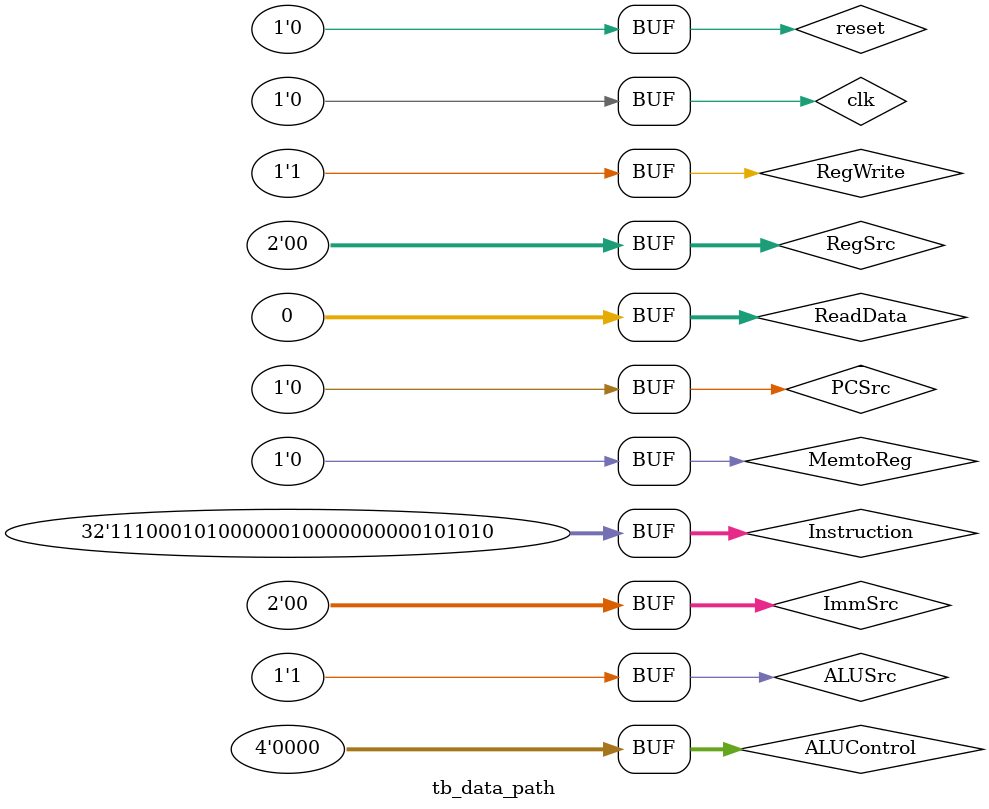
<source format=sv>
module tb_data_path();
	logic clk, reset;
	logic [1:0] RegSrc;
	logic RegWrite;
	logic [1:0] ImmSrc;
	logic ALUSrc;
	logic [3:0] ALUControl;
	logic MemtoReg;
	logic PCSrc;
	logic [31:0] Instruction;
	logic [31:0] ReadData;
	logic [3:0] ALUFlags;
	logic [31:0] PC_out;
	logic [31:0] ALUResult, WriteData;
	// instantiate device to be tested 
	data_path dut(clk, reset, 
				 RegSrc, 
				 RegWrite, 
				 ImmSrc, 
				 ALUSrc, 
				 ALUControl, 
				 MemtoReg, 
				 PCSrc, 
				 Instruction,
				 ReadData, 
				 ALUFlags, 
				 PC_out, 
				 ALUResult, WriteData);
	// initialize test
	initial begin
		reset = 0;
		clk <= 0;
	end
	always 
		begin 
			clk <= 1; 
			# 5;
			clk <= 0; 
			# 5;
		end
	 always
		begin
			//ADD R0, R1, #42
			//313029282726252423222120191817161514131211109876543210
			//1 1 1 0 0 0 1 0 1 0 0 0 0 0 0 1 0 0 0 0 0 0 0000101010
			RegSrc     <= 0;
			RegWrite   <= 2'b1;
			ImmSrc     <= 0;
		   ALUSrc     <= 1'b1;
		   ALUControl <= 0;
		   MemtoReg   <= 0;
		   PCSrc      <= 0;
		   Instruction<= 32'b11100010100000010000000000101010;
		   ReadData   <= 0;
			# 10; 
			/*
			//SUB R2, R3, #0
			//11100010010000110010000000000000
			RegSrc     <= 0;
			RegWrite   <= 2'b1;
			ImmSrc     <= 0;
		   ALUSrc     <= 2'b1;
		   ALUControl <= 2'b1;
		   MemtoReg   <= 0;
		   PCSrc      <= 0;
		   Instruction<= 32'b11100010010000110010000000000000;
		   ReadData   <= 0;
			# 10; 
			/*
			RegSrc     = 0;
			RegWrite   = 0;
			ImmSrc     = 0;
		   ALUSrc     = 0;
		   ALUControl = 0;
		   MemtoReg   = 0;
		   PCSrc      = 0;
		   Instruction= 0;
		   ReadData   = 0;
			# 10; 
			//
			RegSrc     = 0;
			RegWrite   = 0;
			ImmSrc     = 0;
		   ALUSrc     = 0;
		   ALUControl = 0;
		   MemtoReg   = 0;
		   PCSrc      = 0;
		   Instruction= 0;
		   ReadData   = 0;
			# 10; 
			//
			RegSrc     = 0;
			RegWrite   = 0;
			ImmSrc     = 0;
		   ALUSrc     = 0;
		   ALUControl = 0;
		   MemtoReg   = 0;
		   PCSrc      = 0;
		   Instruction= 0;
		   ReadData   = 0;
			# 10; 
			//
			RegSrc     = 0;
			RegWrite   = 0;
			ImmSrc     = 0;
		   ALUSrc     = 0;
		   ALUControl = 0;
		   MemtoReg   = 0;
		   PCSrc      = 0;
		   Instruction= 0;
		   ReadData   = 0;
			*/
		end




endmodule

</source>
